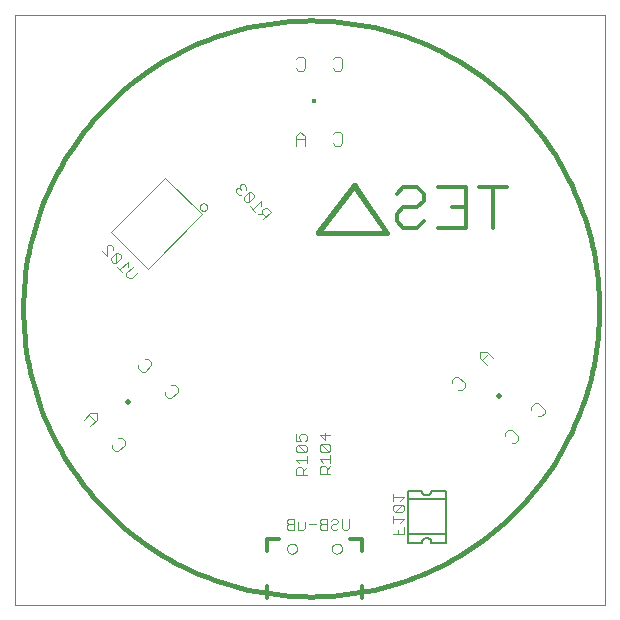
<source format=gbo>
G75*
%MOIN*%
%OFA0B0*%
%FSLAX24Y24*%
%IPPOS*%
%LPD*%
%AMOC8*
5,1,8,0,0,1.08239X$1,22.5*
%
%ADD10C,0.0000*%
%ADD11C,0.0160*%
%ADD12C,0.0040*%
%ADD13C,0.0120*%
%ADD14R,0.0157X0.0157*%
%ADD15R,0.0157X0.0157*%
%ADD16C,0.0050*%
D10*
X000100Y001115D02*
X000100Y020800D01*
X019785Y020800D01*
X019785Y001115D01*
X000100Y001115D01*
X009175Y003001D02*
X009177Y003026D01*
X009183Y003051D01*
X009192Y003075D01*
X009205Y003097D01*
X009222Y003117D01*
X009241Y003134D01*
X009262Y003148D01*
X009286Y003158D01*
X009310Y003165D01*
X009336Y003168D01*
X009361Y003167D01*
X009386Y003162D01*
X009410Y003153D01*
X009433Y003141D01*
X009453Y003126D01*
X009471Y003107D01*
X009486Y003086D01*
X009497Y003063D01*
X009505Y003039D01*
X009509Y003014D01*
X009509Y002988D01*
X009505Y002963D01*
X009497Y002939D01*
X009486Y002916D01*
X009471Y002895D01*
X009453Y002876D01*
X009433Y002861D01*
X009410Y002849D01*
X009386Y002840D01*
X009361Y002835D01*
X009336Y002834D01*
X009310Y002837D01*
X009286Y002844D01*
X009262Y002854D01*
X009241Y002868D01*
X009222Y002885D01*
X009205Y002905D01*
X009192Y002927D01*
X009183Y002951D01*
X009177Y002976D01*
X009175Y003001D01*
X010671Y003001D02*
X010673Y003026D01*
X010679Y003051D01*
X010688Y003075D01*
X010701Y003097D01*
X010718Y003117D01*
X010737Y003134D01*
X010758Y003148D01*
X010782Y003158D01*
X010806Y003165D01*
X010832Y003168D01*
X010857Y003167D01*
X010882Y003162D01*
X010906Y003153D01*
X010929Y003141D01*
X010949Y003126D01*
X010967Y003107D01*
X010982Y003086D01*
X010993Y003063D01*
X011001Y003039D01*
X011005Y003014D01*
X011005Y002988D01*
X011001Y002963D01*
X010993Y002939D01*
X010982Y002916D01*
X010967Y002895D01*
X010949Y002876D01*
X010929Y002861D01*
X010906Y002849D01*
X010882Y002840D01*
X010857Y002835D01*
X010832Y002834D01*
X010806Y002837D01*
X010782Y002844D01*
X010758Y002854D01*
X010737Y002868D01*
X010718Y002885D01*
X010701Y002905D01*
X010688Y002927D01*
X010679Y002951D01*
X010673Y002976D01*
X010671Y003001D01*
D11*
X000379Y011005D02*
X000382Y011241D01*
X000391Y011476D01*
X000405Y011711D01*
X000425Y011946D01*
X000451Y012180D01*
X000483Y012414D01*
X000520Y012646D01*
X000563Y012878D01*
X000612Y013109D01*
X000667Y013338D01*
X000727Y013566D01*
X000792Y013792D01*
X000864Y014017D01*
X000940Y014239D01*
X001022Y014460D01*
X001110Y014679D01*
X001203Y014896D01*
X001301Y015110D01*
X001404Y015322D01*
X001513Y015531D01*
X001626Y015737D01*
X001745Y015941D01*
X001869Y016142D01*
X001997Y016339D01*
X002130Y016533D01*
X002268Y016724D01*
X002411Y016912D01*
X002558Y017096D01*
X002710Y017276D01*
X002866Y017453D01*
X003027Y017625D01*
X003191Y017794D01*
X003360Y017958D01*
X003532Y018119D01*
X003709Y018275D01*
X003889Y018427D01*
X004073Y018574D01*
X004261Y018717D01*
X004452Y018855D01*
X004646Y018988D01*
X004843Y019116D01*
X005044Y019240D01*
X005248Y019359D01*
X005454Y019472D01*
X005663Y019581D01*
X005875Y019684D01*
X006089Y019782D01*
X006306Y019875D01*
X006525Y019963D01*
X006746Y020045D01*
X006968Y020121D01*
X007193Y020193D01*
X007419Y020258D01*
X007647Y020318D01*
X007876Y020373D01*
X008107Y020422D01*
X008339Y020465D01*
X008571Y020502D01*
X008805Y020534D01*
X009039Y020560D01*
X009274Y020580D01*
X009509Y020594D01*
X009744Y020603D01*
X009980Y020606D01*
X010216Y020603D01*
X010451Y020594D01*
X010686Y020580D01*
X010921Y020560D01*
X011155Y020534D01*
X011389Y020502D01*
X011621Y020465D01*
X011853Y020422D01*
X012084Y020373D01*
X012313Y020318D01*
X012541Y020258D01*
X012767Y020193D01*
X012992Y020121D01*
X013214Y020045D01*
X013435Y019963D01*
X013654Y019875D01*
X013871Y019782D01*
X014085Y019684D01*
X014297Y019581D01*
X014506Y019472D01*
X014712Y019359D01*
X014916Y019240D01*
X015117Y019116D01*
X015314Y018988D01*
X015508Y018855D01*
X015699Y018717D01*
X015887Y018574D01*
X016071Y018427D01*
X016251Y018275D01*
X016428Y018119D01*
X016600Y017958D01*
X016769Y017794D01*
X016933Y017625D01*
X017094Y017453D01*
X017250Y017276D01*
X017402Y017096D01*
X017549Y016912D01*
X017692Y016724D01*
X017830Y016533D01*
X017963Y016339D01*
X018091Y016142D01*
X018215Y015941D01*
X018334Y015737D01*
X018447Y015531D01*
X018556Y015322D01*
X018659Y015110D01*
X018757Y014896D01*
X018850Y014679D01*
X018938Y014460D01*
X019020Y014239D01*
X019096Y014017D01*
X019168Y013792D01*
X019233Y013566D01*
X019293Y013338D01*
X019348Y013109D01*
X019397Y012878D01*
X019440Y012646D01*
X019477Y012414D01*
X019509Y012180D01*
X019535Y011946D01*
X019555Y011711D01*
X019569Y011476D01*
X019578Y011241D01*
X019581Y011005D01*
X019578Y010769D01*
X019569Y010534D01*
X019555Y010299D01*
X019535Y010064D01*
X019509Y009830D01*
X019477Y009596D01*
X019440Y009364D01*
X019397Y009132D01*
X019348Y008901D01*
X019293Y008672D01*
X019233Y008444D01*
X019168Y008218D01*
X019096Y007993D01*
X019020Y007771D01*
X018938Y007550D01*
X018850Y007331D01*
X018757Y007114D01*
X018659Y006900D01*
X018556Y006688D01*
X018447Y006479D01*
X018334Y006273D01*
X018215Y006069D01*
X018091Y005868D01*
X017963Y005671D01*
X017830Y005477D01*
X017692Y005286D01*
X017549Y005098D01*
X017402Y004914D01*
X017250Y004734D01*
X017094Y004557D01*
X016933Y004385D01*
X016769Y004216D01*
X016600Y004052D01*
X016428Y003891D01*
X016251Y003735D01*
X016071Y003583D01*
X015887Y003436D01*
X015699Y003293D01*
X015508Y003155D01*
X015314Y003022D01*
X015117Y002894D01*
X014916Y002770D01*
X014712Y002651D01*
X014506Y002538D01*
X014297Y002429D01*
X014085Y002326D01*
X013871Y002228D01*
X013654Y002135D01*
X013435Y002047D01*
X013214Y001965D01*
X012992Y001889D01*
X012767Y001817D01*
X012541Y001752D01*
X012313Y001692D01*
X012084Y001637D01*
X011853Y001588D01*
X011621Y001545D01*
X011389Y001508D01*
X011155Y001476D01*
X010921Y001450D01*
X010686Y001430D01*
X010451Y001416D01*
X010216Y001407D01*
X009980Y001404D01*
X009744Y001407D01*
X009509Y001416D01*
X009274Y001430D01*
X009039Y001450D01*
X008805Y001476D01*
X008571Y001508D01*
X008339Y001545D01*
X008107Y001588D01*
X007876Y001637D01*
X007647Y001692D01*
X007419Y001752D01*
X007193Y001817D01*
X006968Y001889D01*
X006746Y001965D01*
X006525Y002047D01*
X006306Y002135D01*
X006089Y002228D01*
X005875Y002326D01*
X005663Y002429D01*
X005454Y002538D01*
X005248Y002651D01*
X005044Y002770D01*
X004843Y002894D01*
X004646Y003022D01*
X004452Y003155D01*
X004261Y003293D01*
X004073Y003436D01*
X003889Y003583D01*
X003709Y003735D01*
X003532Y003891D01*
X003360Y004052D01*
X003191Y004216D01*
X003027Y004385D01*
X002866Y004557D01*
X002710Y004734D01*
X002558Y004914D01*
X002411Y005098D01*
X002268Y005286D01*
X002130Y005477D01*
X001997Y005671D01*
X001869Y005868D01*
X001745Y006069D01*
X001626Y006273D01*
X001513Y006479D01*
X001404Y006688D01*
X001301Y006900D01*
X001203Y007114D01*
X001110Y007331D01*
X001022Y007550D01*
X000940Y007771D01*
X000864Y007993D01*
X000792Y008218D01*
X000727Y008444D01*
X000667Y008672D01*
X000612Y008901D01*
X000563Y009132D01*
X000520Y009364D01*
X000483Y009596D01*
X000451Y009830D01*
X000425Y010064D01*
X000405Y010299D01*
X000391Y010534D01*
X000382Y010769D01*
X000379Y011005D01*
X010210Y013535D02*
X012500Y013535D01*
X011440Y015105D01*
X011440Y015115D02*
X010210Y013535D01*
X010220Y013555D02*
X011420Y015125D01*
X011410Y015105D02*
X012500Y013535D01*
D12*
X010944Y016435D02*
X010790Y016435D01*
X010713Y016511D01*
X010713Y016818D02*
X010790Y016895D01*
X010944Y016895D01*
X011020Y016818D01*
X011020Y016511D01*
X010944Y016435D01*
X009770Y016435D02*
X009770Y016742D01*
X009617Y016895D01*
X009463Y016742D01*
X009463Y016435D01*
X009463Y016665D02*
X009770Y016665D01*
X007990Y014881D02*
X008075Y014796D01*
X008075Y014712D01*
X007906Y014542D01*
X007906Y014881D01*
X007736Y014712D01*
X007736Y014627D01*
X007821Y014542D01*
X007906Y014542D01*
X007954Y014409D02*
X008123Y014239D01*
X008039Y014324D02*
X008293Y014578D01*
X008293Y014409D01*
X008426Y014360D02*
X008341Y014276D01*
X008341Y014191D01*
X008469Y014063D01*
X008384Y013978D02*
X008639Y014233D01*
X008511Y014360D01*
X008426Y014360D01*
X008384Y014148D02*
X008214Y014148D01*
X007645Y014802D02*
X007560Y014802D01*
X007475Y014887D01*
X007475Y014972D01*
X007518Y015014D01*
X007603Y015014D01*
X007645Y014972D01*
X007603Y015014D02*
X007603Y015099D01*
X007645Y015142D01*
X007730Y015142D01*
X007815Y015057D01*
X007815Y014972D01*
X007906Y014881D02*
X007990Y014881D01*
X006261Y014384D02*
X006263Y014406D01*
X006269Y014428D01*
X006278Y014448D01*
X006291Y014466D01*
X006307Y014482D01*
X006325Y014495D01*
X006345Y014504D01*
X006367Y014510D01*
X006389Y014512D01*
X006411Y014510D01*
X006433Y014504D01*
X006453Y014495D01*
X006471Y014482D01*
X006487Y014466D01*
X006500Y014448D01*
X006509Y014428D01*
X006515Y014406D01*
X006517Y014384D01*
X006515Y014362D01*
X006509Y014340D01*
X006500Y014320D01*
X006487Y014302D01*
X006471Y014286D01*
X006453Y014273D01*
X006433Y014264D01*
X006411Y014258D01*
X006389Y014256D01*
X006367Y014258D01*
X006345Y014264D01*
X006325Y014273D01*
X006307Y014286D01*
X006291Y014302D01*
X006278Y014320D01*
X006269Y014340D01*
X006263Y014362D01*
X006261Y014384D01*
X006347Y014147D02*
X005122Y015372D01*
X003313Y013562D01*
X004538Y012337D01*
X006347Y014147D01*
X004204Y012223D02*
X003991Y012011D01*
X003906Y012011D01*
X003822Y012096D01*
X003822Y012181D01*
X004034Y012393D01*
X003858Y012399D02*
X003858Y012568D01*
X003604Y012314D01*
X003688Y012229D02*
X003519Y012399D01*
X003470Y012532D02*
X003470Y012871D01*
X003301Y012702D01*
X003301Y012617D01*
X003386Y012532D01*
X003470Y012532D01*
X003640Y012702D01*
X003640Y012786D01*
X003555Y012871D01*
X003470Y012871D01*
X003380Y012962D02*
X003380Y013047D01*
X003295Y013132D01*
X003210Y013132D01*
X003168Y013089D01*
X003168Y012750D01*
X002998Y012919D01*
X004437Y009333D02*
X004545Y009333D01*
X004654Y009225D01*
X004654Y009116D01*
X004437Y008899D01*
X004328Y008899D01*
X004220Y009008D01*
X004220Y009116D01*
X005103Y008232D02*
X005103Y008124D01*
X005212Y008015D01*
X005320Y008015D01*
X005537Y008232D01*
X005537Y008341D01*
X005429Y008449D01*
X005320Y008449D01*
X003661Y006681D02*
X003553Y006681D01*
X003661Y006681D02*
X003770Y006573D01*
X003770Y006464D01*
X003553Y006247D01*
X003444Y006247D01*
X003336Y006356D01*
X003336Y006464D01*
X002615Y007077D02*
X002832Y007294D01*
X002832Y007511D01*
X002615Y007511D01*
X002398Y007294D01*
X002560Y007457D02*
X002777Y007240D01*
X009158Y003935D02*
X009158Y003875D01*
X009218Y003815D01*
X009398Y003815D01*
X009527Y003875D02*
X009527Y003635D01*
X009707Y003635D01*
X009767Y003695D01*
X009767Y003875D01*
X009895Y003815D02*
X010135Y003815D01*
X010263Y003875D02*
X010323Y003815D01*
X010503Y003815D01*
X010631Y003755D02*
X010631Y003695D01*
X010692Y003635D01*
X010812Y003635D01*
X010872Y003695D01*
X011000Y003695D02*
X011000Y003995D01*
X010872Y003935D02*
X010872Y003875D01*
X010812Y003815D01*
X010692Y003815D01*
X010631Y003755D01*
X010503Y003635D02*
X010323Y003635D01*
X010263Y003695D01*
X010263Y003755D01*
X010323Y003815D01*
X010263Y003875D02*
X010263Y003935D01*
X010323Y003995D01*
X010503Y003995D01*
X010503Y003635D01*
X010631Y003935D02*
X010692Y003995D01*
X010812Y003995D01*
X010872Y003935D01*
X011000Y003695D02*
X011060Y003635D01*
X011180Y003635D01*
X011240Y003695D01*
X011240Y003995D01*
X012710Y003980D02*
X013070Y003980D01*
X012950Y003860D01*
X013070Y003732D02*
X013070Y003491D01*
X012710Y003491D01*
X012890Y003491D02*
X012890Y003611D01*
X012710Y003860D02*
X012710Y004100D01*
X012770Y004228D02*
X012710Y004288D01*
X012710Y004408D01*
X012770Y004468D01*
X013010Y004468D01*
X012770Y004228D01*
X013010Y004228D01*
X013070Y004288D01*
X013070Y004408D01*
X013010Y004468D01*
X012950Y004596D02*
X013070Y004716D01*
X012710Y004716D01*
X012710Y004596D02*
X012710Y004837D01*
X010620Y005501D02*
X010260Y005501D01*
X010260Y005682D01*
X010320Y005742D01*
X010440Y005742D01*
X010500Y005682D01*
X010500Y005501D01*
X010500Y005621D02*
X010620Y005742D01*
X010620Y005870D02*
X010620Y006110D01*
X010620Y005990D02*
X010260Y005990D01*
X010380Y005870D01*
X010320Y006238D02*
X010260Y006298D01*
X010260Y006418D01*
X010320Y006478D01*
X010560Y006238D01*
X010620Y006298D01*
X010620Y006418D01*
X010560Y006478D01*
X010320Y006478D01*
X010440Y006606D02*
X010440Y006847D01*
X010620Y006786D02*
X010260Y006786D01*
X010440Y006606D01*
X010560Y006238D02*
X010320Y006238D01*
X009830Y006268D02*
X009770Y006208D01*
X009530Y006448D01*
X009770Y006448D01*
X009830Y006388D01*
X009830Y006268D01*
X009770Y006208D02*
X009530Y006208D01*
X009470Y006268D01*
X009470Y006388D01*
X009530Y006448D01*
X009470Y006576D02*
X009650Y006576D01*
X009590Y006696D01*
X009590Y006756D01*
X009650Y006817D01*
X009770Y006817D01*
X009830Y006756D01*
X009830Y006636D01*
X009770Y006576D01*
X009470Y006576D02*
X009470Y006817D01*
X009830Y006080D02*
X009830Y005840D01*
X009830Y005960D02*
X009470Y005960D01*
X009590Y005840D01*
X009650Y005712D02*
X009710Y005652D01*
X009710Y005471D01*
X009830Y005471D02*
X009470Y005471D01*
X009470Y005652D01*
X009530Y005712D01*
X009650Y005712D01*
X009710Y005591D02*
X009830Y005712D01*
X009398Y003995D02*
X009218Y003995D01*
X009158Y003935D01*
X009218Y003815D02*
X009158Y003755D01*
X009158Y003695D01*
X009218Y003635D01*
X009398Y003635D01*
X009398Y003995D01*
X014673Y008512D02*
X014673Y008621D01*
X014781Y008729D01*
X014890Y008729D01*
X015107Y008512D01*
X015107Y008404D01*
X014998Y008295D01*
X014890Y008295D01*
X015828Y009125D02*
X015611Y009342D01*
X015611Y009559D01*
X015828Y009559D01*
X016045Y009342D01*
X015882Y009505D02*
X015665Y009288D01*
X017324Y007737D02*
X017324Y007629D01*
X017324Y007737D02*
X017433Y007846D01*
X017541Y007846D01*
X017758Y007629D01*
X017758Y007520D01*
X017650Y007412D01*
X017541Y007412D01*
X016875Y006745D02*
X016875Y006636D01*
X016766Y006528D01*
X016658Y006528D01*
X016875Y006745D02*
X016658Y006962D01*
X016549Y006962D01*
X016441Y006853D01*
X016441Y006745D01*
X010944Y018935D02*
X010790Y018935D01*
X010713Y019011D01*
X010944Y018935D02*
X011020Y019011D01*
X011020Y019318D01*
X010944Y019395D01*
X010790Y019395D01*
X010713Y019318D01*
X009770Y019318D02*
X009770Y019011D01*
X009694Y018935D01*
X009540Y018935D01*
X009463Y019011D01*
X009463Y019318D02*
X009540Y019395D01*
X009694Y019395D01*
X009770Y019318D01*
D13*
X013057Y015066D02*
X013517Y015066D01*
X013748Y014836D01*
X013748Y014605D01*
X013517Y014375D01*
X013057Y014375D01*
X012827Y014145D01*
X012827Y013915D01*
X013057Y013685D01*
X013517Y013685D01*
X013748Y013915D01*
X014208Y013685D02*
X015129Y013685D01*
X015129Y015066D01*
X014208Y015066D01*
X014668Y014375D02*
X015129Y014375D01*
X015589Y015066D02*
X016510Y015066D01*
X016050Y015066D02*
X016050Y013685D01*
X013057Y015066D02*
X012827Y014836D01*
X011665Y003316D02*
X011271Y003316D01*
X011662Y003309D02*
X011662Y002922D01*
X011665Y002922D01*
X011665Y001741D02*
X011665Y001347D01*
X008909Y003316D02*
X008515Y003316D01*
X008515Y002922D01*
X008515Y001741D02*
X008515Y001347D01*
D14*
X010080Y017915D03*
D15*
G36*
X016140Y008105D02*
X016250Y008215D01*
X016360Y008105D01*
X016250Y007995D01*
X016140Y008105D01*
G37*
G36*
X003880Y007795D02*
X003770Y007905D01*
X003880Y008015D01*
X003990Y007905D01*
X003880Y007795D01*
G37*
D16*
X013200Y004931D02*
X013200Y004655D01*
X014460Y004655D01*
X014460Y004931D01*
X013987Y004931D01*
X013985Y004908D01*
X013980Y004885D01*
X013971Y004863D01*
X013960Y004843D01*
X013945Y004824D01*
X013928Y004808D01*
X013909Y004795D01*
X013887Y004785D01*
X013865Y004778D01*
X013842Y004774D01*
X013818Y004774D01*
X013795Y004778D01*
X013773Y004785D01*
X013752Y004795D01*
X013732Y004808D01*
X013715Y004824D01*
X013700Y004843D01*
X013689Y004863D01*
X013680Y004885D01*
X013675Y004908D01*
X013673Y004931D01*
X013200Y004931D01*
X013200Y004655D02*
X013200Y003474D01*
X014460Y003474D01*
X014460Y004655D01*
X014460Y003474D02*
X014460Y003199D01*
X013987Y003199D01*
X013985Y003222D01*
X013980Y003245D01*
X013971Y003267D01*
X013960Y003287D01*
X013945Y003306D01*
X013928Y003322D01*
X013909Y003335D01*
X013887Y003345D01*
X013865Y003352D01*
X013842Y003356D01*
X013818Y003356D01*
X013795Y003352D01*
X013773Y003345D01*
X013752Y003335D01*
X013732Y003322D01*
X013715Y003306D01*
X013700Y003287D01*
X013689Y003267D01*
X013680Y003245D01*
X013675Y003222D01*
X013673Y003199D01*
X013200Y003199D01*
X013200Y003474D01*
M02*

</source>
